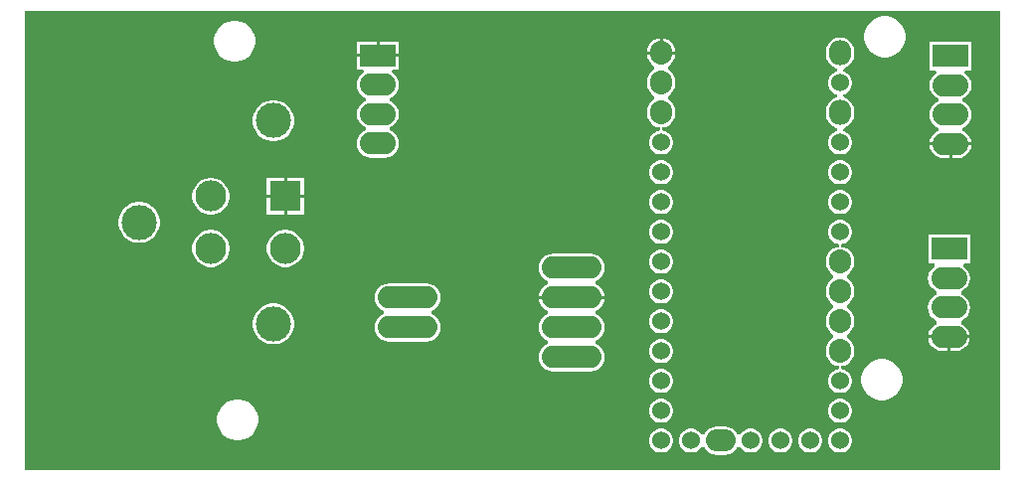
<source format=gbr>
%TF.GenerationSoftware,Altium Limited,Altium Designer,25.2.1 (25)*%
G04 Layer_Physical_Order=2*
G04 Layer_Color=16711680*
%FSLAX45Y45*%
%MOMM*%
%TF.SameCoordinates,EB21593C-EBE9-4C46-B465-0E1A71836AD5*%
%TF.FilePolarity,Positive*%
%TF.FileFunction,Copper,L2,Bot,Signal*%
%TF.Part,Single*%
G01*
G75*
%TA.AperFunction,ComponentPad*%
%ADD12C,1.52400*%
%ADD13O,2.54000X1.87960*%
%ADD14O,1.87960X2.15900*%
%ADD15O,1.87960X2.03200*%
%ADD16O,3.05100X1.90800*%
%ADD17R,3.05100X1.90800*%
%ADD18C,2.99000*%
%ADD19C,2.64000*%
%ADD20R,2.64000X2.64000*%
%ADD21O,5.08000X1.90500*%
G36*
X11049000Y8407400D02*
X2743200D01*
Y12319000D01*
X11049000D01*
Y8407400D01*
D02*
G37*
%LPC*%
G36*
X8178800Y12089758D02*
Y11976100D01*
X8285841D01*
X8282407Y12002185D01*
X8270378Y12031225D01*
X8251243Y12056163D01*
X8226305Y12075298D01*
X8197265Y12087327D01*
X8178800Y12089758D01*
D02*
G37*
G36*
X8153400D02*
X8134935Y12087327D01*
X8105895Y12075298D01*
X8080957Y12056163D01*
X8061822Y12031225D01*
X8049793Y12002185D01*
X8046359Y11976100D01*
X8153400D01*
Y12089758D01*
D02*
G37*
G36*
X5931050Y12063500D02*
X5765800D01*
Y11955400D01*
X5931050D01*
Y12063500D01*
D02*
G37*
G36*
X5740400D02*
X5575150D01*
Y11955400D01*
X5740400D01*
Y12063500D01*
D02*
G37*
G36*
X10088375Y12278500D02*
X10053825D01*
X10019938Y12271759D01*
X9988017Y12258537D01*
X9959289Y12239342D01*
X9934858Y12214911D01*
X9915663Y12186183D01*
X9902441Y12154262D01*
X9895700Y12120375D01*
Y12085825D01*
X9902441Y12051938D01*
X9915663Y12020017D01*
X9934858Y11991289D01*
X9959289Y11966858D01*
X9988017Y11947663D01*
X10019938Y11934441D01*
X10053825Y11927700D01*
X10088375D01*
X10122262Y11934441D01*
X10154183Y11947663D01*
X10182911Y11966858D01*
X10207342Y11991289D01*
X10226537Y12020017D01*
X10239759Y12051938D01*
X10246500Y12085825D01*
Y12120375D01*
X10239759Y12154262D01*
X10226537Y12186183D01*
X10207342Y12214911D01*
X10182911Y12239342D01*
X10154183Y12258537D01*
X10122262Y12271759D01*
X10088375Y12278500D01*
D02*
G37*
G36*
X4551175Y12240400D02*
X4516625D01*
X4482738Y12233659D01*
X4450817Y12220437D01*
X4422089Y12201242D01*
X4397658Y12176811D01*
X4378463Y12148083D01*
X4365241Y12116162D01*
X4358500Y12082275D01*
Y12047725D01*
X4365241Y12013838D01*
X4378463Y11981917D01*
X4397658Y11953189D01*
X4422089Y11928758D01*
X4450817Y11909563D01*
X4482738Y11896341D01*
X4516625Y11889600D01*
X4551175D01*
X4585062Y11896341D01*
X4616983Y11909563D01*
X4645711Y11928758D01*
X4670142Y11953189D01*
X4689337Y11981917D01*
X4702559Y12013838D01*
X4709300Y12047725D01*
Y12082275D01*
X4702559Y12116162D01*
X4689337Y12148083D01*
X4670142Y12176811D01*
X4645711Y12201242D01*
X4616983Y12220437D01*
X4585062Y12233659D01*
X4551175Y12240400D01*
D02*
G37*
G36*
X4880926Y11562100D02*
X4846474D01*
X4812684Y11555378D01*
X4780854Y11542194D01*
X4752208Y11523054D01*
X4727846Y11498692D01*
X4708706Y11470046D01*
X4695521Y11438216D01*
X4688800Y11404426D01*
Y11369974D01*
X4695521Y11336184D01*
X4708706Y11304354D01*
X4727846Y11275708D01*
X4752208Y11251346D01*
X4780854Y11232206D01*
X4812684Y11219022D01*
X4846474Y11212300D01*
X4880926D01*
X4914716Y11219022D01*
X4946546Y11232206D01*
X4975192Y11251346D01*
X4999554Y11275708D01*
X5018694Y11304354D01*
X5031878Y11336184D01*
X5038600Y11369974D01*
Y11404426D01*
X5031878Y11438216D01*
X5018694Y11470046D01*
X4999554Y11498692D01*
X4975192Y11523054D01*
X4946546Y11542194D01*
X4914716Y11555378D01*
X4880926Y11562100D01*
D02*
G37*
G36*
X10807850Y12059500D02*
X10451950D01*
Y11817900D01*
X10502628D01*
X10509575Y11800018D01*
X10509589Y11792500D01*
X10486594Y11774856D01*
X10467232Y11749621D01*
X10455059Y11720235D01*
X10450908Y11688700D01*
X10455059Y11657165D01*
X10467232Y11627779D01*
X10486594Y11602544D01*
X10511829Y11583182D01*
X10525674Y11577446D01*
Y11549954D01*
X10511829Y11544218D01*
X10486594Y11524856D01*
X10467232Y11499621D01*
X10455059Y11470235D01*
X10450908Y11438700D01*
X10455059Y11407165D01*
X10467232Y11377779D01*
X10486594Y11352544D01*
X10511829Y11333182D01*
X10525674Y11327446D01*
Y11299954D01*
X10511829Y11294218D01*
X10486594Y11274856D01*
X10467232Y11249621D01*
X10455059Y11220235D01*
X10452580Y11201400D01*
X10629900D01*
X10807220D01*
X10804741Y11220235D01*
X10792568Y11249621D01*
X10773206Y11274856D01*
X10747971Y11294218D01*
X10734126Y11299954D01*
Y11327446D01*
X10747971Y11333182D01*
X10773206Y11352544D01*
X10792568Y11377779D01*
X10804741Y11407165D01*
X10808892Y11438700D01*
X10804741Y11470235D01*
X10792568Y11499621D01*
X10773206Y11524856D01*
X10747971Y11544218D01*
X10734126Y11549954D01*
Y11577446D01*
X10747971Y11583182D01*
X10773206Y11602544D01*
X10792568Y11627779D01*
X10804741Y11657165D01*
X10808892Y11688700D01*
X10804741Y11720235D01*
X10792568Y11749621D01*
X10773206Y11774856D01*
X10750211Y11792500D01*
X10750225Y11800018D01*
X10757172Y11817900D01*
X10807850D01*
Y12059500D01*
D02*
G37*
G36*
X9690100Y12097780D02*
X9658935Y12093677D01*
X9629895Y12081648D01*
X9604957Y12062513D01*
X9585822Y12037575D01*
X9573793Y12008535D01*
X9569690Y11977370D01*
Y11949430D01*
X9573793Y11918265D01*
X9585822Y11889225D01*
X9604957Y11864287D01*
X9629895Y11845152D01*
X9658935Y11833123D01*
X9660419Y11832927D01*
X9662113Y11807085D01*
X9650884Y11804076D01*
X9627716Y11790700D01*
X9608800Y11771784D01*
X9595424Y11748616D01*
X9588500Y11722776D01*
Y11696024D01*
X9595424Y11670184D01*
X9608800Y11647016D01*
X9627716Y11628100D01*
X9650884Y11614724D01*
X9662113Y11611715D01*
X9660419Y11585873D01*
X9658935Y11585677D01*
X9629895Y11573648D01*
X9604957Y11554513D01*
X9585822Y11529575D01*
X9573793Y11500535D01*
X9569690Y11469370D01*
Y11441430D01*
X9573793Y11410265D01*
X9585822Y11381225D01*
X9604957Y11356287D01*
X9629895Y11337152D01*
X9658935Y11325123D01*
X9660419Y11324927D01*
X9662113Y11299085D01*
X9650884Y11296076D01*
X9627716Y11282700D01*
X9608800Y11263784D01*
X9595424Y11240616D01*
X9588500Y11214776D01*
Y11188024D01*
X9595424Y11162184D01*
X9608800Y11139016D01*
X9627716Y11120100D01*
X9650884Y11106724D01*
X9676724Y11099800D01*
X9703476D01*
X9729316Y11106724D01*
X9752484Y11120100D01*
X9771400Y11139016D01*
X9784776Y11162184D01*
X9791700Y11188024D01*
Y11214776D01*
X9784776Y11240616D01*
X9771400Y11263784D01*
X9752484Y11282700D01*
X9729316Y11296076D01*
X9718087Y11299085D01*
X9719781Y11324927D01*
X9721265Y11325123D01*
X9750305Y11337152D01*
X9775243Y11356287D01*
X9794378Y11381225D01*
X9806407Y11410265D01*
X9810510Y11441430D01*
Y11469370D01*
X9806407Y11500535D01*
X9794378Y11529575D01*
X9775243Y11554513D01*
X9750305Y11573648D01*
X9721265Y11585677D01*
X9719781Y11585873D01*
X9718087Y11611715D01*
X9729316Y11614724D01*
X9752484Y11628100D01*
X9771400Y11647016D01*
X9784776Y11670184D01*
X9791700Y11696024D01*
Y11722776D01*
X9784776Y11748616D01*
X9771400Y11771784D01*
X9752484Y11790700D01*
X9729316Y11804076D01*
X9718087Y11807085D01*
X9719781Y11832927D01*
X9721265Y11833123D01*
X9750305Y11845152D01*
X9775243Y11864287D01*
X9794378Y11889225D01*
X9806407Y11918265D01*
X9810510Y11949430D01*
Y11977370D01*
X9806407Y12008535D01*
X9794378Y12037575D01*
X9775243Y12062513D01*
X9750305Y12081648D01*
X9721265Y12093677D01*
X9690100Y12097780D01*
D02*
G37*
G36*
X8285841Y11950700D02*
X8046359D01*
X8049793Y11924615D01*
X8061822Y11895575D01*
X8080957Y11870637D01*
X8105895Y11851502D01*
X8109166Y11850146D01*
Y11822654D01*
X8105895Y11821298D01*
X8080957Y11802163D01*
X8061822Y11777225D01*
X8049793Y11748185D01*
X8045690Y11717020D01*
Y11701780D01*
X8049793Y11670615D01*
X8061822Y11641575D01*
X8080957Y11616637D01*
X8105895Y11597502D01*
X8109166Y11596146D01*
Y11568654D01*
X8105895Y11567298D01*
X8080957Y11548163D01*
X8061822Y11523225D01*
X8049793Y11494185D01*
X8045690Y11463020D01*
Y11447780D01*
X8049793Y11416615D01*
X8061822Y11387575D01*
X8080957Y11362637D01*
X8105895Y11343502D01*
X8134935Y11331473D01*
X8149534Y11329551D01*
X8158274Y11328399D01*
X8156722Y11304720D01*
X8152724Y11303001D01*
X8150460Y11302393D01*
X8126884Y11296076D01*
X8103716Y11282700D01*
X8084800Y11263784D01*
X8071424Y11240616D01*
X8064500Y11214776D01*
Y11188024D01*
X8071424Y11162184D01*
X8084800Y11139016D01*
X8103716Y11120100D01*
X8126884Y11106724D01*
X8152724Y11099800D01*
X8179476D01*
X8205316Y11106724D01*
X8228484Y11120100D01*
X8247400Y11139016D01*
X8260776Y11162184D01*
X8267700Y11188024D01*
Y11214776D01*
X8260776Y11240616D01*
X8247400Y11263784D01*
X8228484Y11282700D01*
X8205316Y11296076D01*
X8182020Y11302319D01*
X8179476Y11303001D01*
X8175478Y11304720D01*
X8173926Y11328399D01*
X8182665Y11329551D01*
X8197265Y11331473D01*
X8226305Y11343502D01*
X8251243Y11362637D01*
X8270378Y11387575D01*
X8282407Y11416615D01*
X8286510Y11447780D01*
Y11463020D01*
X8282407Y11494185D01*
X8270378Y11523225D01*
X8251243Y11548163D01*
X8226305Y11567298D01*
X8223034Y11568654D01*
Y11596146D01*
X8226305Y11597502D01*
X8251243Y11616637D01*
X8270378Y11641575D01*
X8282407Y11670615D01*
X8286510Y11701780D01*
Y11717020D01*
X8282407Y11748185D01*
X8270378Y11777225D01*
X8251243Y11802163D01*
X8226305Y11821298D01*
X8223034Y11822654D01*
Y11850146D01*
X8226305Y11851502D01*
X8251243Y11870637D01*
X8270378Y11895575D01*
X8282407Y11924615D01*
X8285841Y11950700D01*
D02*
G37*
G36*
X5931050Y11930000D02*
X5753100D01*
X5575150D01*
Y11821900D01*
X5625828D01*
X5632775Y11804018D01*
X5632789Y11796500D01*
X5609794Y11778856D01*
X5590432Y11753621D01*
X5578259Y11724235D01*
X5574108Y11692700D01*
X5578259Y11661165D01*
X5590432Y11631779D01*
X5609794Y11606544D01*
X5635029Y11587182D01*
X5648874Y11581446D01*
Y11553954D01*
X5635029Y11548218D01*
X5609794Y11528856D01*
X5590432Y11503621D01*
X5578259Y11474235D01*
X5574108Y11442700D01*
X5578259Y11411165D01*
X5590432Y11381779D01*
X5609794Y11356544D01*
X5635029Y11337182D01*
X5648874Y11331446D01*
Y11303954D01*
X5635029Y11298218D01*
X5609794Y11278856D01*
X5590432Y11253621D01*
X5578259Y11224235D01*
X5574108Y11192700D01*
X5578259Y11161165D01*
X5590432Y11131779D01*
X5609794Y11106544D01*
X5635029Y11087182D01*
X5664415Y11075009D01*
X5695950Y11070858D01*
X5810250D01*
X5841785Y11075009D01*
X5871171Y11087182D01*
X5896406Y11106544D01*
X5915768Y11131779D01*
X5927941Y11161165D01*
X5932092Y11192700D01*
X5927941Y11224235D01*
X5915768Y11253621D01*
X5896406Y11278856D01*
X5871171Y11298218D01*
X5857326Y11303954D01*
Y11331446D01*
X5871171Y11337182D01*
X5896406Y11356544D01*
X5915768Y11381779D01*
X5927941Y11411165D01*
X5932092Y11442700D01*
X5927941Y11474235D01*
X5915768Y11503621D01*
X5896406Y11528856D01*
X5871171Y11548218D01*
X5857326Y11553954D01*
Y11581446D01*
X5871171Y11587182D01*
X5896406Y11606544D01*
X5915768Y11631779D01*
X5927941Y11661165D01*
X5932092Y11692700D01*
X5927941Y11724235D01*
X5915768Y11753621D01*
X5896406Y11778856D01*
X5873411Y11796500D01*
X5873425Y11804018D01*
X5880372Y11821900D01*
X5931050D01*
Y11930000D01*
D02*
G37*
G36*
X10807220Y11176000D02*
X10642600D01*
Y11066858D01*
X10687050D01*
X10718585Y11071009D01*
X10747971Y11083182D01*
X10773206Y11102544D01*
X10792568Y11127779D01*
X10804741Y11157165D01*
X10807220Y11176000D01*
D02*
G37*
G36*
X10617200D02*
X10452580D01*
X10455059Y11157165D01*
X10467232Y11127779D01*
X10486594Y11102544D01*
X10511829Y11083182D01*
X10541215Y11071009D01*
X10572750Y11066858D01*
X10617200D01*
Y11176000D01*
D02*
G37*
G36*
X9703476Y11049000D02*
X9676724D01*
X9650884Y11042076D01*
X9627716Y11028700D01*
X9608800Y11009784D01*
X9595424Y10986616D01*
X9588500Y10960776D01*
Y10934024D01*
X9595424Y10908184D01*
X9608800Y10885016D01*
X9627716Y10866100D01*
X9650884Y10852724D01*
X9676724Y10845800D01*
X9703476D01*
X9729316Y10852724D01*
X9752484Y10866100D01*
X9771400Y10885016D01*
X9784776Y10908184D01*
X9791700Y10934024D01*
Y10960776D01*
X9784776Y10986616D01*
X9771400Y11009784D01*
X9752484Y11028700D01*
X9729316Y11042076D01*
X9703476Y11049000D01*
D02*
G37*
G36*
X8179476D02*
X8152724D01*
X8126884Y11042076D01*
X8103716Y11028700D01*
X8084800Y11009784D01*
X8071424Y10986616D01*
X8064500Y10960776D01*
Y10934024D01*
X8071424Y10908184D01*
X8084800Y10885016D01*
X8103716Y10866100D01*
X8126884Y10852724D01*
X8152724Y10845800D01*
X8179476D01*
X8205316Y10852724D01*
X8228484Y10866100D01*
X8247400Y10885016D01*
X8260776Y10908184D01*
X8267700Y10934024D01*
Y10960776D01*
X8260776Y10986616D01*
X8247400Y11009784D01*
X8228484Y11028700D01*
X8205316Y11042076D01*
X8179476Y11049000D01*
D02*
G37*
G36*
X5123100Y10902100D02*
X4978400D01*
Y10757400D01*
X5123100D01*
Y10902100D01*
D02*
G37*
G36*
X4953000D02*
X4808300D01*
Y10757400D01*
X4953000D01*
Y10902100D01*
D02*
G37*
G36*
X9703476Y10795000D02*
X9676724D01*
X9650884Y10788076D01*
X9627716Y10774700D01*
X9608800Y10755784D01*
X9595424Y10732616D01*
X9588500Y10706776D01*
Y10680024D01*
X9595424Y10654184D01*
X9608800Y10631016D01*
X9627716Y10612100D01*
X9650884Y10598724D01*
X9676724Y10591800D01*
X9703476D01*
X9729316Y10598724D01*
X9752484Y10612100D01*
X9771400Y10631016D01*
X9784776Y10654184D01*
X9791700Y10680024D01*
Y10706776D01*
X9784776Y10732616D01*
X9771400Y10755784D01*
X9752484Y10774700D01*
X9729316Y10788076D01*
X9703476Y10795000D01*
D02*
G37*
G36*
X8179476D02*
X8152724D01*
X8126884Y10788076D01*
X8103716Y10774700D01*
X8084800Y10755784D01*
X8071424Y10732616D01*
X8064500Y10706776D01*
Y10680024D01*
X8071424Y10654184D01*
X8084800Y10631016D01*
X8103716Y10612100D01*
X8126884Y10598724D01*
X8152724Y10591800D01*
X8179476D01*
X8205316Y10598724D01*
X8228484Y10612100D01*
X8247400Y10631016D01*
X8260776Y10654184D01*
X8267700Y10680024D01*
Y10706776D01*
X8260776Y10732616D01*
X8247400Y10755784D01*
X8228484Y10774700D01*
X8205316Y10788076D01*
X8179476Y10795000D01*
D02*
G37*
G36*
X5123100Y10732000D02*
X4978400D01*
Y10587300D01*
X5123100D01*
Y10732000D01*
D02*
G37*
G36*
X4953000D02*
X4808300D01*
Y10587300D01*
X4953000D01*
Y10732000D01*
D02*
G37*
G36*
X4346203Y10902100D02*
X4315197D01*
X4284788Y10896051D01*
X4256143Y10884186D01*
X4230363Y10866960D01*
X4208440Y10845036D01*
X4191214Y10819257D01*
X4179349Y10790612D01*
X4173300Y10760203D01*
Y10729197D01*
X4179349Y10698788D01*
X4191214Y10670143D01*
X4208440Y10644363D01*
X4230363Y10622440D01*
X4256143Y10605214D01*
X4284788Y10593349D01*
X4315197Y10587300D01*
X4346203D01*
X4376612Y10593349D01*
X4405257Y10605214D01*
X4431037Y10622440D01*
X4452960Y10644363D01*
X4470186Y10670143D01*
X4482051Y10698788D01*
X4488100Y10729197D01*
Y10760203D01*
X4482051Y10790612D01*
X4470186Y10819257D01*
X4452960Y10845036D01*
X4431037Y10866960D01*
X4405257Y10884186D01*
X4376612Y10896051D01*
X4346203Y10902100D01*
D02*
G37*
G36*
X3737926Y10697100D02*
X3703474D01*
X3669684Y10690378D01*
X3637854Y10677194D01*
X3609208Y10658054D01*
X3584846Y10633692D01*
X3565706Y10605046D01*
X3552521Y10573216D01*
X3545800Y10539426D01*
Y10504974D01*
X3552521Y10471184D01*
X3565706Y10439354D01*
X3584846Y10410708D01*
X3609208Y10386346D01*
X3637854Y10367206D01*
X3669684Y10354021D01*
X3703474Y10347300D01*
X3737926D01*
X3771716Y10354021D01*
X3803546Y10367206D01*
X3832192Y10386346D01*
X3856554Y10410708D01*
X3875694Y10439354D01*
X3888878Y10471184D01*
X3895600Y10504974D01*
Y10539426D01*
X3888878Y10573216D01*
X3875694Y10605046D01*
X3856554Y10633692D01*
X3832192Y10658054D01*
X3803546Y10677194D01*
X3771716Y10690378D01*
X3737926Y10697100D01*
D02*
G37*
G36*
X8179476Y10541000D02*
X8152724D01*
X8126884Y10534076D01*
X8103716Y10520700D01*
X8084800Y10501784D01*
X8071424Y10478616D01*
X8064500Y10452776D01*
Y10426024D01*
X8071424Y10400184D01*
X8084800Y10377016D01*
X8103716Y10358100D01*
X8126884Y10344724D01*
X8152724Y10337800D01*
X8179476D01*
X8205316Y10344724D01*
X8228484Y10358100D01*
X8247400Y10377016D01*
X8260776Y10400184D01*
X8267700Y10426024D01*
Y10452776D01*
X8260776Y10478616D01*
X8247400Y10501784D01*
X8228484Y10520700D01*
X8205316Y10534076D01*
X8179476Y10541000D01*
D02*
G37*
G36*
X4981203Y10457100D02*
X4950197D01*
X4919788Y10451051D01*
X4891143Y10439186D01*
X4865363Y10421960D01*
X4843440Y10400037D01*
X4826214Y10374257D01*
X4814349Y10345612D01*
X4808300Y10315203D01*
Y10284197D01*
X4814349Y10253788D01*
X4826214Y10225143D01*
X4843440Y10199363D01*
X4865363Y10177440D01*
X4891143Y10160214D01*
X4919788Y10148349D01*
X4950197Y10142300D01*
X4981203D01*
X5011612Y10148349D01*
X5040257Y10160214D01*
X5066037Y10177440D01*
X5087960Y10199363D01*
X5105186Y10225143D01*
X5117051Y10253788D01*
X5123100Y10284197D01*
Y10315203D01*
X5117051Y10345612D01*
X5105186Y10374257D01*
X5087960Y10400037D01*
X5066037Y10421960D01*
X5040257Y10439186D01*
X5011612Y10451051D01*
X4981203Y10457100D01*
D02*
G37*
G36*
X4346203D02*
X4315197D01*
X4284788Y10451051D01*
X4256143Y10439186D01*
X4230363Y10421960D01*
X4208440Y10400037D01*
X4191214Y10374257D01*
X4179349Y10345612D01*
X4173300Y10315203D01*
Y10284197D01*
X4179349Y10253788D01*
X4191214Y10225143D01*
X4208440Y10199363D01*
X4230363Y10177440D01*
X4256143Y10160214D01*
X4284788Y10148349D01*
X4315197Y10142300D01*
X4346203D01*
X4376612Y10148349D01*
X4405257Y10160214D01*
X4431037Y10177440D01*
X4452960Y10199363D01*
X4470186Y10225143D01*
X4482051Y10253788D01*
X4488100Y10284197D01*
Y10315203D01*
X4482051Y10345612D01*
X4470186Y10374257D01*
X4452960Y10400037D01*
X4431037Y10421960D01*
X4405257Y10439186D01*
X4376612Y10451051D01*
X4346203Y10457100D01*
D02*
G37*
G36*
X8179476Y10287000D02*
X8152724D01*
X8126884Y10280076D01*
X8103716Y10266700D01*
X8084800Y10247784D01*
X8071424Y10224616D01*
X8064500Y10198776D01*
Y10172024D01*
X8071424Y10146184D01*
X8084800Y10123016D01*
X8103716Y10104100D01*
X8126884Y10090724D01*
X8152724Y10083800D01*
X8179476D01*
X8205316Y10090724D01*
X8228484Y10104100D01*
X8247400Y10123016D01*
X8260776Y10146184D01*
X8267700Y10172024D01*
Y10198776D01*
X8260776Y10224616D01*
X8247400Y10247784D01*
X8228484Y10266700D01*
X8205316Y10280076D01*
X8179476Y10287000D01*
D02*
G37*
G36*
X7562850Y10256291D02*
X7245350D01*
X7213854Y10252145D01*
X7184504Y10239988D01*
X7159301Y10220649D01*
X7139962Y10195446D01*
X7127805Y10166096D01*
X7123659Y10134600D01*
X7127805Y10103104D01*
X7139962Y10073754D01*
X7159301Y10048551D01*
X7184504Y10029212D01*
X7203494Y10021346D01*
Y9993854D01*
X7184504Y9985988D01*
X7159301Y9966649D01*
X7139962Y9941446D01*
X7127805Y9912096D01*
X7125331Y9893300D01*
X7404100D01*
X7682869D01*
X7680395Y9912096D01*
X7668238Y9941446D01*
X7648899Y9966649D01*
X7623696Y9985988D01*
X7604706Y9993854D01*
Y10021346D01*
X7623696Y10029212D01*
X7648899Y10048551D01*
X7668238Y10073754D01*
X7680395Y10103104D01*
X7684541Y10134600D01*
X7680395Y10166096D01*
X7668238Y10195446D01*
X7648899Y10220649D01*
X7623696Y10239988D01*
X7594346Y10252145D01*
X7562850Y10256291D01*
D02*
G37*
G36*
X8179476Y10033000D02*
X8152724D01*
X8126884Y10026076D01*
X8103716Y10012700D01*
X8084800Y9993784D01*
X8071424Y9970616D01*
X8064500Y9944776D01*
Y9918024D01*
X8071424Y9892184D01*
X8084800Y9869016D01*
X8103716Y9850100D01*
X8126884Y9836724D01*
X8152724Y9829800D01*
X8179476D01*
X8205316Y9836724D01*
X8228484Y9850100D01*
X8247400Y9869016D01*
X8260776Y9892184D01*
X8267700Y9918024D01*
Y9944776D01*
X8260776Y9970616D01*
X8247400Y9993784D01*
X8228484Y10012700D01*
X8205316Y10026076D01*
X8179476Y10033000D01*
D02*
G37*
G36*
Y9779000D02*
X8152724D01*
X8126884Y9772076D01*
X8103716Y9758700D01*
X8084800Y9739784D01*
X8071424Y9716616D01*
X8064500Y9690776D01*
Y9664024D01*
X8071424Y9638184D01*
X8084800Y9615016D01*
X8103716Y9596100D01*
X8126884Y9582724D01*
X8152724Y9575800D01*
X8179476D01*
X8205316Y9582724D01*
X8228484Y9596100D01*
X8247400Y9615016D01*
X8260776Y9638184D01*
X8267700Y9664024D01*
Y9690776D01*
X8260776Y9716616D01*
X8247400Y9739784D01*
X8228484Y9758700D01*
X8205316Y9772076D01*
X8179476Y9779000D01*
D02*
G37*
G36*
X10795150Y10416500D02*
X10439250D01*
Y10174900D01*
X10489928D01*
X10496875Y10157018D01*
X10496889Y10149500D01*
X10473894Y10131856D01*
X10454532Y10106621D01*
X10442359Y10077235D01*
X10438208Y10045700D01*
X10442359Y10014165D01*
X10454532Y9984779D01*
X10473894Y9959544D01*
X10499129Y9940182D01*
X10512974Y9934446D01*
Y9906954D01*
X10499129Y9901218D01*
X10473894Y9881856D01*
X10454532Y9856621D01*
X10442359Y9827235D01*
X10438208Y9795700D01*
X10442359Y9764165D01*
X10454532Y9734779D01*
X10473894Y9709544D01*
X10499129Y9690182D01*
X10512974Y9684446D01*
Y9656954D01*
X10499129Y9651218D01*
X10473894Y9631856D01*
X10454532Y9606621D01*
X10442359Y9577235D01*
X10439880Y9558400D01*
X10617200D01*
X10794520D01*
X10792041Y9577235D01*
X10779868Y9606621D01*
X10760506Y9631856D01*
X10735271Y9651218D01*
X10721426Y9656954D01*
Y9684446D01*
X10735271Y9690182D01*
X10760506Y9709544D01*
X10779868Y9734779D01*
X10792041Y9764165D01*
X10796192Y9795700D01*
X10792041Y9827235D01*
X10779868Y9856621D01*
X10760506Y9881856D01*
X10735271Y9901218D01*
X10721426Y9906954D01*
Y9934446D01*
X10735271Y9940182D01*
X10760506Y9959544D01*
X10779868Y9984779D01*
X10792041Y10014165D01*
X10796192Y10045700D01*
X10792041Y10077235D01*
X10779868Y10106621D01*
X10760506Y10131856D01*
X10737511Y10149500D01*
X10737525Y10157018D01*
X10744472Y10174900D01*
X10795150D01*
Y10416500D01*
D02*
G37*
G36*
X6165850Y10002291D02*
X5848350D01*
X5816854Y9998145D01*
X5787504Y9985988D01*
X5762301Y9966649D01*
X5742962Y9941446D01*
X5730805Y9912096D01*
X5726659Y9880600D01*
X5730805Y9849104D01*
X5742962Y9819754D01*
X5762301Y9794551D01*
X5787504Y9775212D01*
X5806494Y9767346D01*
Y9739854D01*
X5787504Y9731988D01*
X5762301Y9712649D01*
X5742962Y9687446D01*
X5730805Y9658096D01*
X5726659Y9626600D01*
X5730805Y9595104D01*
X5742962Y9565754D01*
X5762301Y9540551D01*
X5787504Y9521212D01*
X5816854Y9509055D01*
X5848350Y9504909D01*
X6165850D01*
X6197346Y9509055D01*
X6226696Y9521212D01*
X6251899Y9540551D01*
X6271238Y9565754D01*
X6283395Y9595104D01*
X6287541Y9626600D01*
X6283395Y9658096D01*
X6271238Y9687446D01*
X6251899Y9712649D01*
X6226696Y9731988D01*
X6207706Y9739854D01*
Y9767346D01*
X6226696Y9775212D01*
X6251899Y9794551D01*
X6271238Y9819754D01*
X6283395Y9849104D01*
X6287541Y9880600D01*
X6283395Y9912096D01*
X6271238Y9941446D01*
X6251899Y9966649D01*
X6226696Y9985988D01*
X6197346Y9998145D01*
X6165850Y10002291D01*
D02*
G37*
G36*
X4880926Y9832100D02*
X4846474D01*
X4812684Y9825378D01*
X4780854Y9812194D01*
X4752208Y9793054D01*
X4727846Y9768692D01*
X4708706Y9740046D01*
X4695521Y9708216D01*
X4688800Y9674426D01*
Y9639974D01*
X4695521Y9606183D01*
X4708706Y9574354D01*
X4727846Y9545708D01*
X4752208Y9521346D01*
X4780854Y9502206D01*
X4812684Y9489021D01*
X4846474Y9482300D01*
X4880926D01*
X4914716Y9489021D01*
X4946546Y9502206D01*
X4975192Y9521346D01*
X4999554Y9545708D01*
X5018694Y9574354D01*
X5031878Y9606183D01*
X5038600Y9639974D01*
Y9674426D01*
X5031878Y9708216D01*
X5018694Y9740046D01*
X4999554Y9768692D01*
X4975192Y9793054D01*
X4946546Y9812194D01*
X4914716Y9825378D01*
X4880926Y9832100D01*
D02*
G37*
G36*
X10794520Y9533000D02*
X10629900D01*
Y9423858D01*
X10674350D01*
X10705885Y9428009D01*
X10735271Y9440182D01*
X10760506Y9459544D01*
X10779868Y9484779D01*
X10792041Y9514165D01*
X10794520Y9533000D01*
D02*
G37*
G36*
X10604500D02*
X10439880D01*
X10442359Y9514165D01*
X10454532Y9484779D01*
X10473894Y9459544D01*
X10499129Y9440182D01*
X10528515Y9428009D01*
X10560050Y9423858D01*
X10604500D01*
Y9533000D01*
D02*
G37*
G36*
X8179476Y9525000D02*
X8152724D01*
X8126884Y9518076D01*
X8103716Y9504700D01*
X8084800Y9485784D01*
X8071424Y9462616D01*
X8064500Y9436776D01*
Y9410024D01*
X8071424Y9384184D01*
X8084800Y9361016D01*
X8103716Y9342100D01*
X8126884Y9328724D01*
X8152724Y9321800D01*
X8179476D01*
X8205316Y9328724D01*
X8228484Y9342100D01*
X8247400Y9361016D01*
X8260776Y9384184D01*
X8267700Y9410024D01*
Y9436776D01*
X8260776Y9462616D01*
X8247400Y9485784D01*
X8228484Y9504700D01*
X8205316Y9518076D01*
X8179476Y9525000D01*
D02*
G37*
G36*
X7682869Y9867900D02*
X7404100D01*
X7125331D01*
X7127805Y9849104D01*
X7139962Y9819754D01*
X7159301Y9794551D01*
X7184504Y9775212D01*
X7203494Y9767346D01*
Y9739854D01*
X7184504Y9731988D01*
X7159301Y9712649D01*
X7139962Y9687446D01*
X7127805Y9658096D01*
X7123659Y9626600D01*
X7127805Y9595104D01*
X7139962Y9565754D01*
X7159301Y9540551D01*
X7184504Y9521212D01*
X7203494Y9513346D01*
Y9485854D01*
X7184504Y9477988D01*
X7159301Y9458649D01*
X7139962Y9433446D01*
X7127805Y9404096D01*
X7123659Y9372600D01*
X7127805Y9341104D01*
X7139962Y9311754D01*
X7159301Y9286551D01*
X7184504Y9267212D01*
X7213854Y9255055D01*
X7245350Y9250909D01*
X7562850D01*
X7594346Y9255055D01*
X7623696Y9267212D01*
X7648899Y9286551D01*
X7668238Y9311754D01*
X7680395Y9341104D01*
X7684541Y9372600D01*
X7680395Y9404096D01*
X7668238Y9433446D01*
X7648899Y9458649D01*
X7623696Y9477988D01*
X7604706Y9485854D01*
Y9513346D01*
X7623696Y9521212D01*
X7648899Y9540551D01*
X7668238Y9565754D01*
X7680395Y9595104D01*
X7684541Y9626600D01*
X7680395Y9658096D01*
X7668238Y9687446D01*
X7648899Y9712649D01*
X7623696Y9731988D01*
X7604706Y9739854D01*
Y9767346D01*
X7623696Y9775212D01*
X7648899Y9794551D01*
X7668238Y9819754D01*
X7680395Y9849104D01*
X7682869Y9867900D01*
D02*
G37*
G36*
X9703476Y10541000D02*
X9676724D01*
X9650884Y10534076D01*
X9627716Y10520700D01*
X9608800Y10501784D01*
X9595424Y10478616D01*
X9588500Y10452776D01*
Y10426024D01*
X9595424Y10400184D01*
X9608800Y10377016D01*
X9627716Y10358100D01*
X9650884Y10344724D01*
X9674180Y10338481D01*
X9676724Y10337799D01*
X9680722Y10336080D01*
X9682274Y10312401D01*
X9673535Y10311249D01*
X9658935Y10309327D01*
X9629895Y10297298D01*
X9604957Y10278163D01*
X9585822Y10253225D01*
X9573793Y10224185D01*
X9569690Y10193020D01*
Y10177780D01*
X9573793Y10146615D01*
X9585822Y10117575D01*
X9604957Y10092637D01*
X9629895Y10073502D01*
X9633166Y10072146D01*
Y10044654D01*
X9629895Y10043298D01*
X9604957Y10024163D01*
X9585822Y9999225D01*
X9573793Y9970185D01*
X9569690Y9939020D01*
Y9923780D01*
X9573793Y9892615D01*
X9585822Y9863575D01*
X9604957Y9838637D01*
X9629895Y9819502D01*
X9633166Y9818146D01*
Y9790654D01*
X9629895Y9789298D01*
X9604957Y9770163D01*
X9585822Y9745225D01*
X9573793Y9716185D01*
X9569690Y9685020D01*
Y9669780D01*
X9573793Y9638615D01*
X9585822Y9609575D01*
X9604957Y9584637D01*
X9629895Y9565502D01*
X9633166Y9564146D01*
Y9536654D01*
X9629895Y9535298D01*
X9604957Y9516163D01*
X9585822Y9491225D01*
X9573793Y9462185D01*
X9569690Y9431020D01*
Y9415780D01*
X9573793Y9384615D01*
X9585822Y9355575D01*
X9604957Y9330637D01*
X9629895Y9311502D01*
X9658935Y9299473D01*
X9673534Y9297551D01*
X9682274Y9296399D01*
X9680722Y9272720D01*
X9676724Y9271001D01*
X9674460Y9270393D01*
X9650884Y9264076D01*
X9627716Y9250700D01*
X9608800Y9231784D01*
X9595424Y9208616D01*
X9588500Y9182776D01*
Y9156024D01*
X9595424Y9130184D01*
X9608800Y9107016D01*
X9627716Y9088100D01*
X9650884Y9074724D01*
X9676724Y9067800D01*
X9703476D01*
X9729316Y9074724D01*
X9752484Y9088100D01*
X9771400Y9107016D01*
X9784776Y9130184D01*
X9791700Y9156024D01*
Y9182776D01*
X9784776Y9208616D01*
X9771400Y9231784D01*
X9752484Y9250700D01*
X9729316Y9264076D01*
X9706020Y9270319D01*
X9703476Y9271001D01*
X9699478Y9272720D01*
X9697926Y9296399D01*
X9706665Y9297551D01*
X9721265Y9299473D01*
X9750305Y9311502D01*
X9775243Y9330637D01*
X9794378Y9355575D01*
X9806407Y9384615D01*
X9810510Y9415780D01*
Y9431020D01*
X9806407Y9462185D01*
X9794378Y9491225D01*
X9775243Y9516163D01*
X9750305Y9535298D01*
X9747034Y9536654D01*
Y9564146D01*
X9750305Y9565502D01*
X9775243Y9584637D01*
X9794378Y9609575D01*
X9806407Y9638615D01*
X9810510Y9669780D01*
Y9685020D01*
X9806407Y9716185D01*
X9794378Y9745225D01*
X9775243Y9770163D01*
X9750305Y9789298D01*
X9747034Y9790654D01*
Y9818146D01*
X9750305Y9819502D01*
X9775243Y9838637D01*
X9794378Y9863575D01*
X9806407Y9892615D01*
X9810510Y9923780D01*
Y9939020D01*
X9806407Y9970185D01*
X9794378Y9999225D01*
X9775243Y10024163D01*
X9750305Y10043298D01*
X9747034Y10044654D01*
Y10072146D01*
X9750305Y10073502D01*
X9775243Y10092637D01*
X9794378Y10117575D01*
X9806407Y10146615D01*
X9810510Y10177780D01*
Y10193020D01*
X9806407Y10224185D01*
X9794378Y10253225D01*
X9775243Y10278163D01*
X9750305Y10297298D01*
X9721265Y10309327D01*
X9706666Y10311249D01*
X9697926Y10312401D01*
X9699478Y10336080D01*
X9703476Y10337799D01*
X9705740Y10338407D01*
X9729316Y10344724D01*
X9752484Y10358100D01*
X9771400Y10377016D01*
X9784776Y10400184D01*
X9791700Y10426024D01*
Y10452776D01*
X9784776Y10478616D01*
X9771400Y10501784D01*
X9752484Y10520700D01*
X9729316Y10534076D01*
X9703476Y10541000D01*
D02*
G37*
G36*
X8179476Y9271000D02*
X8152724D01*
X8126884Y9264076D01*
X8103716Y9250700D01*
X8084800Y9231784D01*
X8071424Y9208616D01*
X8064500Y9182776D01*
Y9156024D01*
X8071424Y9130184D01*
X8084800Y9107016D01*
X8103716Y9088100D01*
X8126884Y9074724D01*
X8152724Y9067800D01*
X8179476D01*
X8205316Y9074724D01*
X8228484Y9088100D01*
X8247400Y9107016D01*
X8260776Y9130184D01*
X8267700Y9156024D01*
Y9182776D01*
X8260776Y9208616D01*
X8247400Y9231784D01*
X8228484Y9250700D01*
X8205316Y9264076D01*
X8179476Y9271000D01*
D02*
G37*
G36*
X10062975Y9357500D02*
X10028425D01*
X9994538Y9350759D01*
X9962617Y9337537D01*
X9933889Y9318342D01*
X9909458Y9293911D01*
X9890263Y9265183D01*
X9877041Y9233262D01*
X9870300Y9199375D01*
Y9164825D01*
X9877041Y9130938D01*
X9890263Y9099017D01*
X9909458Y9070289D01*
X9933889Y9045858D01*
X9962617Y9026663D01*
X9994538Y9013441D01*
X10028425Y9006700D01*
X10062975D01*
X10096862Y9013441D01*
X10128783Y9026663D01*
X10157511Y9045858D01*
X10181942Y9070289D01*
X10201137Y9099017D01*
X10214359Y9130938D01*
X10221100Y9164825D01*
Y9199375D01*
X10214359Y9233262D01*
X10201137Y9265183D01*
X10181942Y9293911D01*
X10157511Y9318342D01*
X10128783Y9337537D01*
X10096862Y9350759D01*
X10062975Y9357500D01*
D02*
G37*
G36*
X9703476Y9017000D02*
X9676724D01*
X9650884Y9010076D01*
X9627716Y8996700D01*
X9608800Y8977784D01*
X9595424Y8954616D01*
X9588500Y8928776D01*
Y8902024D01*
X9595424Y8876184D01*
X9608800Y8853016D01*
X9627716Y8834100D01*
X9650884Y8820724D01*
X9676724Y8813800D01*
X9703476D01*
X9729316Y8820724D01*
X9752484Y8834100D01*
X9771400Y8853016D01*
X9784776Y8876184D01*
X9791700Y8902024D01*
Y8928776D01*
X9784776Y8954616D01*
X9771400Y8977784D01*
X9752484Y8996700D01*
X9729316Y9010076D01*
X9703476Y9017000D01*
D02*
G37*
G36*
X8179476D02*
X8152724D01*
X8126884Y9010076D01*
X8103716Y8996700D01*
X8084800Y8977784D01*
X8071424Y8954616D01*
X8064500Y8928776D01*
Y8902024D01*
X8071424Y8876184D01*
X8084800Y8853016D01*
X8103716Y8834100D01*
X8126884Y8820724D01*
X8152724Y8813800D01*
X8179476D01*
X8205316Y8820724D01*
X8228484Y8834100D01*
X8247400Y8853016D01*
X8260776Y8876184D01*
X8267700Y8902024D01*
Y8928776D01*
X8260776Y8954616D01*
X8247400Y8977784D01*
X8228484Y8996700D01*
X8205316Y9010076D01*
X8179476Y9017000D01*
D02*
G37*
G36*
X8707120Y8781810D02*
X8641080D01*
X8609915Y8777707D01*
X8580875Y8765678D01*
X8555937Y8746543D01*
X8536802Y8721605D01*
X8534791Y8716750D01*
X8506531Y8714898D01*
X8501400Y8723784D01*
X8482484Y8742700D01*
X8459316Y8756076D01*
X8433476Y8763000D01*
X8406724D01*
X8380884Y8756076D01*
X8357716Y8742700D01*
X8338800Y8723784D01*
X8325424Y8700616D01*
X8318500Y8674776D01*
Y8648024D01*
X8325424Y8622184D01*
X8338800Y8599016D01*
X8357716Y8580100D01*
X8380884Y8566724D01*
X8406724Y8559800D01*
X8433476D01*
X8459316Y8566724D01*
X8482484Y8580100D01*
X8501400Y8599016D01*
X8506531Y8607902D01*
X8534791Y8606050D01*
X8536802Y8601195D01*
X8555937Y8576257D01*
X8580875Y8557122D01*
X8609915Y8545093D01*
X8641080Y8540990D01*
X8707120D01*
X8738285Y8545093D01*
X8767325Y8557122D01*
X8792263Y8576257D01*
X8811398Y8601195D01*
X8813409Y8606050D01*
X8841669Y8607902D01*
X8846800Y8599016D01*
X8865716Y8580100D01*
X8888884Y8566724D01*
X8914724Y8559800D01*
X8941476D01*
X8967316Y8566724D01*
X8990484Y8580100D01*
X9009400Y8599016D01*
X9022776Y8622184D01*
X9029700Y8648024D01*
Y8674776D01*
X9022776Y8700616D01*
X9009400Y8723784D01*
X8990484Y8742700D01*
X8967316Y8756076D01*
X8941476Y8763000D01*
X8914724D01*
X8888884Y8756076D01*
X8865716Y8742700D01*
X8846800Y8723784D01*
X8841669Y8714898D01*
X8813409Y8716750D01*
X8811398Y8721605D01*
X8792263Y8746543D01*
X8767325Y8765678D01*
X8738285Y8777707D01*
X8707120Y8781810D01*
D02*
G37*
G36*
X4576575Y9014600D02*
X4542025D01*
X4508138Y9007859D01*
X4476217Y8994637D01*
X4447489Y8975442D01*
X4423058Y8951011D01*
X4403863Y8922283D01*
X4390641Y8890362D01*
X4383900Y8856475D01*
Y8821925D01*
X4390641Y8788038D01*
X4403863Y8756117D01*
X4423058Y8727389D01*
X4447489Y8702958D01*
X4476217Y8683763D01*
X4508138Y8670541D01*
X4542025Y8663800D01*
X4576575D01*
X4610462Y8670541D01*
X4642383Y8683763D01*
X4671111Y8702958D01*
X4695542Y8727389D01*
X4714737Y8756117D01*
X4727959Y8788038D01*
X4734700Y8821925D01*
Y8856475D01*
X4727959Y8890362D01*
X4714737Y8922283D01*
X4695542Y8951011D01*
X4671111Y8975442D01*
X4642383Y8994637D01*
X4610462Y9007859D01*
X4576575Y9014600D01*
D02*
G37*
G36*
X9703476Y8763000D02*
X9676724D01*
X9650884Y8756076D01*
X9627716Y8742700D01*
X9608800Y8723784D01*
X9595424Y8700616D01*
X9588500Y8674776D01*
Y8648024D01*
X9595424Y8622184D01*
X9608800Y8599016D01*
X9627716Y8580100D01*
X9650884Y8566724D01*
X9676724Y8559800D01*
X9703476D01*
X9729316Y8566724D01*
X9752484Y8580100D01*
X9771400Y8599016D01*
X9784776Y8622184D01*
X9791700Y8648024D01*
Y8674776D01*
X9784776Y8700616D01*
X9771400Y8723784D01*
X9752484Y8742700D01*
X9729316Y8756076D01*
X9703476Y8763000D01*
D02*
G37*
G36*
X9449476D02*
X9422724D01*
X9396884Y8756076D01*
X9373716Y8742700D01*
X9354800Y8723784D01*
X9341424Y8700616D01*
X9334500Y8674776D01*
Y8648024D01*
X9341424Y8622184D01*
X9354800Y8599016D01*
X9373716Y8580100D01*
X9396884Y8566724D01*
X9422724Y8559800D01*
X9449476D01*
X9475316Y8566724D01*
X9498484Y8580100D01*
X9517400Y8599016D01*
X9530776Y8622184D01*
X9537700Y8648024D01*
Y8674776D01*
X9530776Y8700616D01*
X9517400Y8723784D01*
X9498484Y8742700D01*
X9475316Y8756076D01*
X9449476Y8763000D01*
D02*
G37*
G36*
X9195476D02*
X9168724D01*
X9142884Y8756076D01*
X9119716Y8742700D01*
X9100800Y8723784D01*
X9087424Y8700616D01*
X9080500Y8674776D01*
Y8648024D01*
X9087424Y8622184D01*
X9100800Y8599016D01*
X9119716Y8580100D01*
X9142884Y8566724D01*
X9168724Y8559800D01*
X9195476D01*
X9221316Y8566724D01*
X9244484Y8580100D01*
X9263400Y8599016D01*
X9276776Y8622184D01*
X9283700Y8648024D01*
Y8674776D01*
X9276776Y8700616D01*
X9263400Y8723784D01*
X9244484Y8742700D01*
X9221316Y8756076D01*
X9195476Y8763000D01*
D02*
G37*
G36*
X8179476D02*
X8152724D01*
X8126884Y8756076D01*
X8103716Y8742700D01*
X8084800Y8723784D01*
X8071424Y8700616D01*
X8064500Y8674776D01*
Y8648024D01*
X8071424Y8622184D01*
X8084800Y8599016D01*
X8103716Y8580100D01*
X8126884Y8566724D01*
X8152724Y8559800D01*
X8179476D01*
X8205316Y8566724D01*
X8228484Y8580100D01*
X8247400Y8599016D01*
X8260776Y8622184D01*
X8267700Y8648024D01*
Y8674776D01*
X8260776Y8700616D01*
X8247400Y8723784D01*
X8228484Y8742700D01*
X8205316Y8756076D01*
X8179476Y8763000D01*
D02*
G37*
%LPD*%
D12*
X9436100Y8661400D02*
D03*
X9182100D02*
D03*
X8928100D02*
D03*
X8420100D02*
D03*
X9690100Y11709400D02*
D03*
Y11201400D02*
D03*
Y10947400D02*
D03*
Y10693400D02*
D03*
Y10439400D02*
D03*
Y9169400D02*
D03*
Y8915400D02*
D03*
Y8661400D02*
D03*
X8166100Y11201400D02*
D03*
Y10947400D02*
D03*
Y10693400D02*
D03*
Y10439400D02*
D03*
Y10185400D02*
D03*
Y9931400D02*
D03*
Y9677400D02*
D03*
Y9423400D02*
D03*
Y9169400D02*
D03*
Y8915400D02*
D03*
Y8661400D02*
D03*
D13*
X8674100D02*
D03*
D14*
X9690100Y11963400D02*
D03*
Y11455400D02*
D03*
D15*
Y10185400D02*
D03*
Y9931400D02*
D03*
Y9677400D02*
D03*
Y9423400D02*
D03*
X8166100Y11963400D02*
D03*
Y11709400D02*
D03*
Y11455400D02*
D03*
D16*
X10617200Y9545700D02*
D03*
Y9795700D02*
D03*
Y10045700D02*
D03*
X5753100Y11192700D02*
D03*
Y11442700D02*
D03*
Y11692700D02*
D03*
X10629900Y11188700D02*
D03*
Y11438700D02*
D03*
Y11688700D02*
D03*
D17*
X10617200Y10295700D02*
D03*
X5753100Y11942700D02*
D03*
X10629900Y11938700D02*
D03*
D18*
X3720700Y10522200D02*
D03*
X4863700Y11387200D02*
D03*
Y9657200D02*
D03*
D19*
X4330700Y10744700D02*
D03*
Y10299700D02*
D03*
X4965700D02*
D03*
D20*
Y10744700D02*
D03*
D21*
X6007100Y9880600D02*
D03*
Y9626600D02*
D03*
X7404100Y9372600D02*
D03*
Y9626600D02*
D03*
Y9880600D02*
D03*
Y10134600D02*
D03*
%TF.MD5,503fb6fba4cc213dfb464f8ddf5ac3d8*%
M02*

</source>
